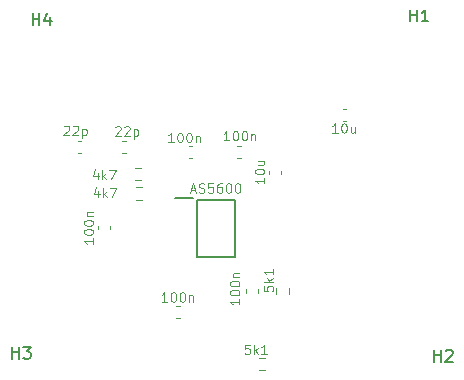
<source format=gbr>
%TF.GenerationSoftware,KiCad,Pcbnew,9.0.7*%
%TF.CreationDate,2026-02-20T19:59:31+05:30*%
%TF.ProjectId,breakout_board,62726561-6b6f-4757-945f-626f6172642e,rev?*%
%TF.SameCoordinates,Original*%
%TF.FileFunction,Legend,Top*%
%TF.FilePolarity,Positive*%
%FSLAX46Y46*%
G04 Gerber Fmt 4.6, Leading zero omitted, Abs format (unit mm)*
G04 Created by KiCad (PCBNEW 9.0.7) date 2026-02-20 19:59:31*
%MOMM*%
%LPD*%
G01*
G04 APERTURE LIST*
%ADD10C,0.125000*%
%ADD11C,0.150000*%
%ADD12C,0.120000*%
%ADD13C,0.200000*%
G04 APERTURE END LIST*
D10*
X123247219Y-76004861D02*
X123247219Y-76538195D01*
X123056743Y-75700100D02*
X122866266Y-76271528D01*
X122866266Y-76271528D02*
X123361505Y-76271528D01*
X123666267Y-76538195D02*
X123666267Y-75738195D01*
X123742457Y-76233433D02*
X123971029Y-76538195D01*
X123971029Y-76004861D02*
X123666267Y-76309623D01*
X124237695Y-75738195D02*
X124771029Y-75738195D01*
X124771029Y-75738195D02*
X124428171Y-76538195D01*
X120313570Y-70531185D02*
X120351666Y-70493090D01*
X120351666Y-70493090D02*
X120427856Y-70454995D01*
X120427856Y-70454995D02*
X120618332Y-70454995D01*
X120618332Y-70454995D02*
X120694523Y-70493090D01*
X120694523Y-70493090D02*
X120732618Y-70531185D01*
X120732618Y-70531185D02*
X120770713Y-70607376D01*
X120770713Y-70607376D02*
X120770713Y-70683566D01*
X120770713Y-70683566D02*
X120732618Y-70797852D01*
X120732618Y-70797852D02*
X120275475Y-71254995D01*
X120275475Y-71254995D02*
X120770713Y-71254995D01*
X121075475Y-70531185D02*
X121113571Y-70493090D01*
X121113571Y-70493090D02*
X121189761Y-70454995D01*
X121189761Y-70454995D02*
X121380237Y-70454995D01*
X121380237Y-70454995D02*
X121456428Y-70493090D01*
X121456428Y-70493090D02*
X121494523Y-70531185D01*
X121494523Y-70531185D02*
X121532618Y-70607376D01*
X121532618Y-70607376D02*
X121532618Y-70683566D01*
X121532618Y-70683566D02*
X121494523Y-70797852D01*
X121494523Y-70797852D02*
X121037380Y-71254995D01*
X121037380Y-71254995D02*
X121532618Y-71254995D01*
X121875476Y-70721661D02*
X121875476Y-71521661D01*
X121875476Y-70759757D02*
X121951666Y-70721661D01*
X121951666Y-70721661D02*
X122104047Y-70721661D01*
X122104047Y-70721661D02*
X122180238Y-70759757D01*
X122180238Y-70759757D02*
X122218333Y-70797852D01*
X122218333Y-70797852D02*
X122256428Y-70874042D01*
X122256428Y-70874042D02*
X122256428Y-71102614D01*
X122256428Y-71102614D02*
X122218333Y-71178804D01*
X122218333Y-71178804D02*
X122180238Y-71216900D01*
X122180238Y-71216900D02*
X122104047Y-71254995D01*
X122104047Y-71254995D02*
X121951666Y-71254995D01*
X121951666Y-71254995D02*
X121875476Y-71216900D01*
X136061514Y-88996995D02*
X135680562Y-88996995D01*
X135680562Y-88996995D02*
X135642466Y-89377947D01*
X135642466Y-89377947D02*
X135680562Y-89339852D01*
X135680562Y-89339852D02*
X135756752Y-89301757D01*
X135756752Y-89301757D02*
X135947228Y-89301757D01*
X135947228Y-89301757D02*
X136023419Y-89339852D01*
X136023419Y-89339852D02*
X136061514Y-89377947D01*
X136061514Y-89377947D02*
X136099609Y-89454138D01*
X136099609Y-89454138D02*
X136099609Y-89644614D01*
X136099609Y-89644614D02*
X136061514Y-89720804D01*
X136061514Y-89720804D02*
X136023419Y-89758900D01*
X136023419Y-89758900D02*
X135947228Y-89796995D01*
X135947228Y-89796995D02*
X135756752Y-89796995D01*
X135756752Y-89796995D02*
X135680562Y-89758900D01*
X135680562Y-89758900D02*
X135642466Y-89720804D01*
X136442467Y-89796995D02*
X136442467Y-88996995D01*
X136518657Y-89492233D02*
X136747229Y-89796995D01*
X136747229Y-89263661D02*
X136442467Y-89568423D01*
X137509133Y-89796995D02*
X137051990Y-89796995D01*
X137280562Y-89796995D02*
X137280562Y-88996995D01*
X137280562Y-88996995D02*
X137204371Y-89111280D01*
X137204371Y-89111280D02*
X137128181Y-89187471D01*
X137128181Y-89187471D02*
X137051990Y-89225566D01*
X129609961Y-71864595D02*
X129152818Y-71864595D01*
X129381390Y-71864595D02*
X129381390Y-71064595D01*
X129381390Y-71064595D02*
X129305199Y-71178880D01*
X129305199Y-71178880D02*
X129229009Y-71255071D01*
X129229009Y-71255071D02*
X129152818Y-71293166D01*
X130105200Y-71064595D02*
X130181390Y-71064595D01*
X130181390Y-71064595D02*
X130257581Y-71102690D01*
X130257581Y-71102690D02*
X130295676Y-71140785D01*
X130295676Y-71140785D02*
X130333771Y-71216976D01*
X130333771Y-71216976D02*
X130371866Y-71369357D01*
X130371866Y-71369357D02*
X130371866Y-71559833D01*
X130371866Y-71559833D02*
X130333771Y-71712214D01*
X130333771Y-71712214D02*
X130295676Y-71788404D01*
X130295676Y-71788404D02*
X130257581Y-71826500D01*
X130257581Y-71826500D02*
X130181390Y-71864595D01*
X130181390Y-71864595D02*
X130105200Y-71864595D01*
X130105200Y-71864595D02*
X130029009Y-71826500D01*
X130029009Y-71826500D02*
X129990914Y-71788404D01*
X129990914Y-71788404D02*
X129952819Y-71712214D01*
X129952819Y-71712214D02*
X129914723Y-71559833D01*
X129914723Y-71559833D02*
X129914723Y-71369357D01*
X129914723Y-71369357D02*
X129952819Y-71216976D01*
X129952819Y-71216976D02*
X129990914Y-71140785D01*
X129990914Y-71140785D02*
X130029009Y-71102690D01*
X130029009Y-71102690D02*
X130105200Y-71064595D01*
X130867105Y-71064595D02*
X130943295Y-71064595D01*
X130943295Y-71064595D02*
X131019486Y-71102690D01*
X131019486Y-71102690D02*
X131057581Y-71140785D01*
X131057581Y-71140785D02*
X131095676Y-71216976D01*
X131095676Y-71216976D02*
X131133771Y-71369357D01*
X131133771Y-71369357D02*
X131133771Y-71559833D01*
X131133771Y-71559833D02*
X131095676Y-71712214D01*
X131095676Y-71712214D02*
X131057581Y-71788404D01*
X131057581Y-71788404D02*
X131019486Y-71826500D01*
X131019486Y-71826500D02*
X130943295Y-71864595D01*
X130943295Y-71864595D02*
X130867105Y-71864595D01*
X130867105Y-71864595D02*
X130790914Y-71826500D01*
X130790914Y-71826500D02*
X130752819Y-71788404D01*
X130752819Y-71788404D02*
X130714724Y-71712214D01*
X130714724Y-71712214D02*
X130676628Y-71559833D01*
X130676628Y-71559833D02*
X130676628Y-71369357D01*
X130676628Y-71369357D02*
X130714724Y-71216976D01*
X130714724Y-71216976D02*
X130752819Y-71140785D01*
X130752819Y-71140785D02*
X130790914Y-71102690D01*
X130790914Y-71102690D02*
X130867105Y-71064595D01*
X131476629Y-71331261D02*
X131476629Y-71864595D01*
X131476629Y-71407452D02*
X131514724Y-71369357D01*
X131514724Y-71369357D02*
X131590914Y-71331261D01*
X131590914Y-71331261D02*
X131705200Y-71331261D01*
X131705200Y-71331261D02*
X131781391Y-71369357D01*
X131781391Y-71369357D02*
X131819486Y-71445547D01*
X131819486Y-71445547D02*
X131819486Y-71864595D01*
X134308961Y-71712195D02*
X133851818Y-71712195D01*
X134080390Y-71712195D02*
X134080390Y-70912195D01*
X134080390Y-70912195D02*
X134004199Y-71026480D01*
X134004199Y-71026480D02*
X133928009Y-71102671D01*
X133928009Y-71102671D02*
X133851818Y-71140766D01*
X134804200Y-70912195D02*
X134880390Y-70912195D01*
X134880390Y-70912195D02*
X134956581Y-70950290D01*
X134956581Y-70950290D02*
X134994676Y-70988385D01*
X134994676Y-70988385D02*
X135032771Y-71064576D01*
X135032771Y-71064576D02*
X135070866Y-71216957D01*
X135070866Y-71216957D02*
X135070866Y-71407433D01*
X135070866Y-71407433D02*
X135032771Y-71559814D01*
X135032771Y-71559814D02*
X134994676Y-71636004D01*
X134994676Y-71636004D02*
X134956581Y-71674100D01*
X134956581Y-71674100D02*
X134880390Y-71712195D01*
X134880390Y-71712195D02*
X134804200Y-71712195D01*
X134804200Y-71712195D02*
X134728009Y-71674100D01*
X134728009Y-71674100D02*
X134689914Y-71636004D01*
X134689914Y-71636004D02*
X134651819Y-71559814D01*
X134651819Y-71559814D02*
X134613723Y-71407433D01*
X134613723Y-71407433D02*
X134613723Y-71216957D01*
X134613723Y-71216957D02*
X134651819Y-71064576D01*
X134651819Y-71064576D02*
X134689914Y-70988385D01*
X134689914Y-70988385D02*
X134728009Y-70950290D01*
X134728009Y-70950290D02*
X134804200Y-70912195D01*
X135566105Y-70912195D02*
X135642295Y-70912195D01*
X135642295Y-70912195D02*
X135718486Y-70950290D01*
X135718486Y-70950290D02*
X135756581Y-70988385D01*
X135756581Y-70988385D02*
X135794676Y-71064576D01*
X135794676Y-71064576D02*
X135832771Y-71216957D01*
X135832771Y-71216957D02*
X135832771Y-71407433D01*
X135832771Y-71407433D02*
X135794676Y-71559814D01*
X135794676Y-71559814D02*
X135756581Y-71636004D01*
X135756581Y-71636004D02*
X135718486Y-71674100D01*
X135718486Y-71674100D02*
X135642295Y-71712195D01*
X135642295Y-71712195D02*
X135566105Y-71712195D01*
X135566105Y-71712195D02*
X135489914Y-71674100D01*
X135489914Y-71674100D02*
X135451819Y-71636004D01*
X135451819Y-71636004D02*
X135413724Y-71559814D01*
X135413724Y-71559814D02*
X135375628Y-71407433D01*
X135375628Y-71407433D02*
X135375628Y-71216957D01*
X135375628Y-71216957D02*
X135413724Y-71064576D01*
X135413724Y-71064576D02*
X135451819Y-70988385D01*
X135451819Y-70988385D02*
X135489914Y-70950290D01*
X135489914Y-70950290D02*
X135566105Y-70912195D01*
X136175629Y-71178861D02*
X136175629Y-71712195D01*
X136175629Y-71255052D02*
X136213724Y-71216957D01*
X136213724Y-71216957D02*
X136289914Y-71178861D01*
X136289914Y-71178861D02*
X136404200Y-71178861D01*
X136404200Y-71178861D02*
X136480391Y-71216957D01*
X136480391Y-71216957D02*
X136518486Y-71293147D01*
X136518486Y-71293147D02*
X136518486Y-71712195D01*
X137294995Y-74885486D02*
X137294995Y-75342629D01*
X137294995Y-75114057D02*
X136494995Y-75114057D01*
X136494995Y-75114057D02*
X136609280Y-75190248D01*
X136609280Y-75190248D02*
X136685471Y-75266438D01*
X136685471Y-75266438D02*
X136723566Y-75342629D01*
X136494995Y-74390247D02*
X136494995Y-74314057D01*
X136494995Y-74314057D02*
X136533090Y-74237866D01*
X136533090Y-74237866D02*
X136571185Y-74199771D01*
X136571185Y-74199771D02*
X136647376Y-74161676D01*
X136647376Y-74161676D02*
X136799757Y-74123581D01*
X136799757Y-74123581D02*
X136990233Y-74123581D01*
X136990233Y-74123581D02*
X137142614Y-74161676D01*
X137142614Y-74161676D02*
X137218804Y-74199771D01*
X137218804Y-74199771D02*
X137256900Y-74237866D01*
X137256900Y-74237866D02*
X137294995Y-74314057D01*
X137294995Y-74314057D02*
X137294995Y-74390247D01*
X137294995Y-74390247D02*
X137256900Y-74466438D01*
X137256900Y-74466438D02*
X137218804Y-74504533D01*
X137218804Y-74504533D02*
X137142614Y-74542628D01*
X137142614Y-74542628D02*
X136990233Y-74580724D01*
X136990233Y-74580724D02*
X136799757Y-74580724D01*
X136799757Y-74580724D02*
X136647376Y-74542628D01*
X136647376Y-74542628D02*
X136571185Y-74504533D01*
X136571185Y-74504533D02*
X136533090Y-74466438D01*
X136533090Y-74466438D02*
X136494995Y-74390247D01*
X136761661Y-73437866D02*
X137294995Y-73437866D01*
X136761661Y-73780723D02*
X137180709Y-73780723D01*
X137180709Y-73780723D02*
X137256900Y-73742628D01*
X137256900Y-73742628D02*
X137294995Y-73666438D01*
X137294995Y-73666438D02*
X137294995Y-73552152D01*
X137294995Y-73552152D02*
X137256900Y-73475961D01*
X137256900Y-73475961D02*
X137218804Y-73437866D01*
X135186795Y-85147038D02*
X135186795Y-85604181D01*
X135186795Y-85375609D02*
X134386795Y-85375609D01*
X134386795Y-85375609D02*
X134501080Y-85451800D01*
X134501080Y-85451800D02*
X134577271Y-85527990D01*
X134577271Y-85527990D02*
X134615366Y-85604181D01*
X134386795Y-84651799D02*
X134386795Y-84575609D01*
X134386795Y-84575609D02*
X134424890Y-84499418D01*
X134424890Y-84499418D02*
X134462985Y-84461323D01*
X134462985Y-84461323D02*
X134539176Y-84423228D01*
X134539176Y-84423228D02*
X134691557Y-84385133D01*
X134691557Y-84385133D02*
X134882033Y-84385133D01*
X134882033Y-84385133D02*
X135034414Y-84423228D01*
X135034414Y-84423228D02*
X135110604Y-84461323D01*
X135110604Y-84461323D02*
X135148700Y-84499418D01*
X135148700Y-84499418D02*
X135186795Y-84575609D01*
X135186795Y-84575609D02*
X135186795Y-84651799D01*
X135186795Y-84651799D02*
X135148700Y-84727990D01*
X135148700Y-84727990D02*
X135110604Y-84766085D01*
X135110604Y-84766085D02*
X135034414Y-84804180D01*
X135034414Y-84804180D02*
X134882033Y-84842276D01*
X134882033Y-84842276D02*
X134691557Y-84842276D01*
X134691557Y-84842276D02*
X134539176Y-84804180D01*
X134539176Y-84804180D02*
X134462985Y-84766085D01*
X134462985Y-84766085D02*
X134424890Y-84727990D01*
X134424890Y-84727990D02*
X134386795Y-84651799D01*
X134386795Y-83889894D02*
X134386795Y-83813704D01*
X134386795Y-83813704D02*
X134424890Y-83737513D01*
X134424890Y-83737513D02*
X134462985Y-83699418D01*
X134462985Y-83699418D02*
X134539176Y-83661323D01*
X134539176Y-83661323D02*
X134691557Y-83623228D01*
X134691557Y-83623228D02*
X134882033Y-83623228D01*
X134882033Y-83623228D02*
X135034414Y-83661323D01*
X135034414Y-83661323D02*
X135110604Y-83699418D01*
X135110604Y-83699418D02*
X135148700Y-83737513D01*
X135148700Y-83737513D02*
X135186795Y-83813704D01*
X135186795Y-83813704D02*
X135186795Y-83889894D01*
X135186795Y-83889894D02*
X135148700Y-83966085D01*
X135148700Y-83966085D02*
X135110604Y-84004180D01*
X135110604Y-84004180D02*
X135034414Y-84042275D01*
X135034414Y-84042275D02*
X134882033Y-84080371D01*
X134882033Y-84080371D02*
X134691557Y-84080371D01*
X134691557Y-84080371D02*
X134539176Y-84042275D01*
X134539176Y-84042275D02*
X134462985Y-84004180D01*
X134462985Y-84004180D02*
X134424890Y-83966085D01*
X134424890Y-83966085D02*
X134386795Y-83889894D01*
X134653461Y-83280370D02*
X135186795Y-83280370D01*
X134729652Y-83280370D02*
X134691557Y-83242275D01*
X134691557Y-83242275D02*
X134653461Y-83166085D01*
X134653461Y-83166085D02*
X134653461Y-83051799D01*
X134653461Y-83051799D02*
X134691557Y-82975608D01*
X134691557Y-82975608D02*
X134767747Y-82937513D01*
X134767747Y-82937513D02*
X135186795Y-82937513D01*
X122816995Y-79990838D02*
X122816995Y-80447981D01*
X122816995Y-80219409D02*
X122016995Y-80219409D01*
X122016995Y-80219409D02*
X122131280Y-80295600D01*
X122131280Y-80295600D02*
X122207471Y-80371790D01*
X122207471Y-80371790D02*
X122245566Y-80447981D01*
X122016995Y-79495599D02*
X122016995Y-79419409D01*
X122016995Y-79419409D02*
X122055090Y-79343218D01*
X122055090Y-79343218D02*
X122093185Y-79305123D01*
X122093185Y-79305123D02*
X122169376Y-79267028D01*
X122169376Y-79267028D02*
X122321757Y-79228933D01*
X122321757Y-79228933D02*
X122512233Y-79228933D01*
X122512233Y-79228933D02*
X122664614Y-79267028D01*
X122664614Y-79267028D02*
X122740804Y-79305123D01*
X122740804Y-79305123D02*
X122778900Y-79343218D01*
X122778900Y-79343218D02*
X122816995Y-79419409D01*
X122816995Y-79419409D02*
X122816995Y-79495599D01*
X122816995Y-79495599D02*
X122778900Y-79571790D01*
X122778900Y-79571790D02*
X122740804Y-79609885D01*
X122740804Y-79609885D02*
X122664614Y-79647980D01*
X122664614Y-79647980D02*
X122512233Y-79686076D01*
X122512233Y-79686076D02*
X122321757Y-79686076D01*
X122321757Y-79686076D02*
X122169376Y-79647980D01*
X122169376Y-79647980D02*
X122093185Y-79609885D01*
X122093185Y-79609885D02*
X122055090Y-79571790D01*
X122055090Y-79571790D02*
X122016995Y-79495599D01*
X122016995Y-78733694D02*
X122016995Y-78657504D01*
X122016995Y-78657504D02*
X122055090Y-78581313D01*
X122055090Y-78581313D02*
X122093185Y-78543218D01*
X122093185Y-78543218D02*
X122169376Y-78505123D01*
X122169376Y-78505123D02*
X122321757Y-78467028D01*
X122321757Y-78467028D02*
X122512233Y-78467028D01*
X122512233Y-78467028D02*
X122664614Y-78505123D01*
X122664614Y-78505123D02*
X122740804Y-78543218D01*
X122740804Y-78543218D02*
X122778900Y-78581313D01*
X122778900Y-78581313D02*
X122816995Y-78657504D01*
X122816995Y-78657504D02*
X122816995Y-78733694D01*
X122816995Y-78733694D02*
X122778900Y-78809885D01*
X122778900Y-78809885D02*
X122740804Y-78847980D01*
X122740804Y-78847980D02*
X122664614Y-78886075D01*
X122664614Y-78886075D02*
X122512233Y-78924171D01*
X122512233Y-78924171D02*
X122321757Y-78924171D01*
X122321757Y-78924171D02*
X122169376Y-78886075D01*
X122169376Y-78886075D02*
X122093185Y-78847980D01*
X122093185Y-78847980D02*
X122055090Y-78809885D01*
X122055090Y-78809885D02*
X122016995Y-78733694D01*
X122283661Y-78124170D02*
X122816995Y-78124170D01*
X122359852Y-78124170D02*
X122321757Y-78086075D01*
X122321757Y-78086075D02*
X122283661Y-78009885D01*
X122283661Y-78009885D02*
X122283661Y-77895599D01*
X122283661Y-77895599D02*
X122321757Y-77819408D01*
X122321757Y-77819408D02*
X122397947Y-77781313D01*
X122397947Y-77781313D02*
X122816995Y-77781313D01*
X143503713Y-71077195D02*
X143046570Y-71077195D01*
X143275142Y-71077195D02*
X143275142Y-70277195D01*
X143275142Y-70277195D02*
X143198951Y-70391480D01*
X143198951Y-70391480D02*
X143122761Y-70467671D01*
X143122761Y-70467671D02*
X143046570Y-70505766D01*
X143998952Y-70277195D02*
X144075142Y-70277195D01*
X144075142Y-70277195D02*
X144151333Y-70315290D01*
X144151333Y-70315290D02*
X144189428Y-70353385D01*
X144189428Y-70353385D02*
X144227523Y-70429576D01*
X144227523Y-70429576D02*
X144265618Y-70581957D01*
X144265618Y-70581957D02*
X144265618Y-70772433D01*
X144265618Y-70772433D02*
X144227523Y-70924814D01*
X144227523Y-70924814D02*
X144189428Y-71001004D01*
X144189428Y-71001004D02*
X144151333Y-71039100D01*
X144151333Y-71039100D02*
X144075142Y-71077195D01*
X144075142Y-71077195D02*
X143998952Y-71077195D01*
X143998952Y-71077195D02*
X143922761Y-71039100D01*
X143922761Y-71039100D02*
X143884666Y-71001004D01*
X143884666Y-71001004D02*
X143846571Y-70924814D01*
X143846571Y-70924814D02*
X143808475Y-70772433D01*
X143808475Y-70772433D02*
X143808475Y-70581957D01*
X143808475Y-70581957D02*
X143846571Y-70429576D01*
X143846571Y-70429576D02*
X143884666Y-70353385D01*
X143884666Y-70353385D02*
X143922761Y-70315290D01*
X143922761Y-70315290D02*
X143998952Y-70277195D01*
X144951333Y-70543861D02*
X144951333Y-71077195D01*
X144608476Y-70543861D02*
X144608476Y-70962909D01*
X144608476Y-70962909D02*
X144646571Y-71039100D01*
X144646571Y-71039100D02*
X144722761Y-71077195D01*
X144722761Y-71077195D02*
X144837047Y-71077195D01*
X144837047Y-71077195D02*
X144913238Y-71039100D01*
X144913238Y-71039100D02*
X144951333Y-71001004D01*
D11*
X115925695Y-90193019D02*
X115925695Y-89193019D01*
X115925695Y-89669209D02*
X116497123Y-89669209D01*
X116497123Y-90193019D02*
X116497123Y-89193019D01*
X116878076Y-89193019D02*
X117497123Y-89193019D01*
X117497123Y-89193019D02*
X117163790Y-89573971D01*
X117163790Y-89573971D02*
X117306647Y-89573971D01*
X117306647Y-89573971D02*
X117401885Y-89621590D01*
X117401885Y-89621590D02*
X117449504Y-89669209D01*
X117449504Y-89669209D02*
X117497123Y-89764447D01*
X117497123Y-89764447D02*
X117497123Y-90002542D01*
X117497123Y-90002542D02*
X117449504Y-90097780D01*
X117449504Y-90097780D02*
X117401885Y-90145400D01*
X117401885Y-90145400D02*
X117306647Y-90193019D01*
X117306647Y-90193019D02*
X117020933Y-90193019D01*
X117020933Y-90193019D02*
X116925695Y-90145400D01*
X116925695Y-90145400D02*
X116878076Y-90097780D01*
D10*
X131076961Y-75928623D02*
X131457914Y-75928623D01*
X131000771Y-76157195D02*
X131267438Y-75357195D01*
X131267438Y-75357195D02*
X131534104Y-76157195D01*
X131762675Y-76119100D02*
X131876961Y-76157195D01*
X131876961Y-76157195D02*
X132067437Y-76157195D01*
X132067437Y-76157195D02*
X132143628Y-76119100D01*
X132143628Y-76119100D02*
X132181723Y-76081004D01*
X132181723Y-76081004D02*
X132219818Y-76004814D01*
X132219818Y-76004814D02*
X132219818Y-75928623D01*
X132219818Y-75928623D02*
X132181723Y-75852433D01*
X132181723Y-75852433D02*
X132143628Y-75814338D01*
X132143628Y-75814338D02*
X132067437Y-75776242D01*
X132067437Y-75776242D02*
X131915056Y-75738147D01*
X131915056Y-75738147D02*
X131838866Y-75700052D01*
X131838866Y-75700052D02*
X131800771Y-75661957D01*
X131800771Y-75661957D02*
X131762675Y-75585766D01*
X131762675Y-75585766D02*
X131762675Y-75509576D01*
X131762675Y-75509576D02*
X131800771Y-75433385D01*
X131800771Y-75433385D02*
X131838866Y-75395290D01*
X131838866Y-75395290D02*
X131915056Y-75357195D01*
X131915056Y-75357195D02*
X132105533Y-75357195D01*
X132105533Y-75357195D02*
X132219818Y-75395290D01*
X132943628Y-75357195D02*
X132562676Y-75357195D01*
X132562676Y-75357195D02*
X132524580Y-75738147D01*
X132524580Y-75738147D02*
X132562676Y-75700052D01*
X132562676Y-75700052D02*
X132638866Y-75661957D01*
X132638866Y-75661957D02*
X132829342Y-75661957D01*
X132829342Y-75661957D02*
X132905533Y-75700052D01*
X132905533Y-75700052D02*
X132943628Y-75738147D01*
X132943628Y-75738147D02*
X132981723Y-75814338D01*
X132981723Y-75814338D02*
X132981723Y-76004814D01*
X132981723Y-76004814D02*
X132943628Y-76081004D01*
X132943628Y-76081004D02*
X132905533Y-76119100D01*
X132905533Y-76119100D02*
X132829342Y-76157195D01*
X132829342Y-76157195D02*
X132638866Y-76157195D01*
X132638866Y-76157195D02*
X132562676Y-76119100D01*
X132562676Y-76119100D02*
X132524580Y-76081004D01*
X133667438Y-75357195D02*
X133515057Y-75357195D01*
X133515057Y-75357195D02*
X133438866Y-75395290D01*
X133438866Y-75395290D02*
X133400771Y-75433385D01*
X133400771Y-75433385D02*
X133324581Y-75547671D01*
X133324581Y-75547671D02*
X133286485Y-75700052D01*
X133286485Y-75700052D02*
X133286485Y-76004814D01*
X133286485Y-76004814D02*
X133324581Y-76081004D01*
X133324581Y-76081004D02*
X133362676Y-76119100D01*
X133362676Y-76119100D02*
X133438866Y-76157195D01*
X133438866Y-76157195D02*
X133591247Y-76157195D01*
X133591247Y-76157195D02*
X133667438Y-76119100D01*
X133667438Y-76119100D02*
X133705533Y-76081004D01*
X133705533Y-76081004D02*
X133743628Y-76004814D01*
X133743628Y-76004814D02*
X133743628Y-75814338D01*
X133743628Y-75814338D02*
X133705533Y-75738147D01*
X133705533Y-75738147D02*
X133667438Y-75700052D01*
X133667438Y-75700052D02*
X133591247Y-75661957D01*
X133591247Y-75661957D02*
X133438866Y-75661957D01*
X133438866Y-75661957D02*
X133362676Y-75700052D01*
X133362676Y-75700052D02*
X133324581Y-75738147D01*
X133324581Y-75738147D02*
X133286485Y-75814338D01*
X134238867Y-75357195D02*
X134315057Y-75357195D01*
X134315057Y-75357195D02*
X134391248Y-75395290D01*
X134391248Y-75395290D02*
X134429343Y-75433385D01*
X134429343Y-75433385D02*
X134467438Y-75509576D01*
X134467438Y-75509576D02*
X134505533Y-75661957D01*
X134505533Y-75661957D02*
X134505533Y-75852433D01*
X134505533Y-75852433D02*
X134467438Y-76004814D01*
X134467438Y-76004814D02*
X134429343Y-76081004D01*
X134429343Y-76081004D02*
X134391248Y-76119100D01*
X134391248Y-76119100D02*
X134315057Y-76157195D01*
X134315057Y-76157195D02*
X134238867Y-76157195D01*
X134238867Y-76157195D02*
X134162676Y-76119100D01*
X134162676Y-76119100D02*
X134124581Y-76081004D01*
X134124581Y-76081004D02*
X134086486Y-76004814D01*
X134086486Y-76004814D02*
X134048390Y-75852433D01*
X134048390Y-75852433D02*
X134048390Y-75661957D01*
X134048390Y-75661957D02*
X134086486Y-75509576D01*
X134086486Y-75509576D02*
X134124581Y-75433385D01*
X134124581Y-75433385D02*
X134162676Y-75395290D01*
X134162676Y-75395290D02*
X134238867Y-75357195D01*
X135000772Y-75357195D02*
X135076962Y-75357195D01*
X135076962Y-75357195D02*
X135153153Y-75395290D01*
X135153153Y-75395290D02*
X135191248Y-75433385D01*
X135191248Y-75433385D02*
X135229343Y-75509576D01*
X135229343Y-75509576D02*
X135267438Y-75661957D01*
X135267438Y-75661957D02*
X135267438Y-75852433D01*
X135267438Y-75852433D02*
X135229343Y-76004814D01*
X135229343Y-76004814D02*
X135191248Y-76081004D01*
X135191248Y-76081004D02*
X135153153Y-76119100D01*
X135153153Y-76119100D02*
X135076962Y-76157195D01*
X135076962Y-76157195D02*
X135000772Y-76157195D01*
X135000772Y-76157195D02*
X134924581Y-76119100D01*
X134924581Y-76119100D02*
X134886486Y-76081004D01*
X134886486Y-76081004D02*
X134848391Y-76004814D01*
X134848391Y-76004814D02*
X134810295Y-75852433D01*
X134810295Y-75852433D02*
X134810295Y-75661957D01*
X134810295Y-75661957D02*
X134848391Y-75509576D01*
X134848391Y-75509576D02*
X134886486Y-75433385D01*
X134886486Y-75433385D02*
X134924581Y-75395290D01*
X134924581Y-75395290D02*
X135000772Y-75357195D01*
D11*
X117678295Y-61971619D02*
X117678295Y-60971619D01*
X117678295Y-61447809D02*
X118249723Y-61447809D01*
X118249723Y-61971619D02*
X118249723Y-60971619D01*
X119154485Y-61304952D02*
X119154485Y-61971619D01*
X118916390Y-60924000D02*
X118678295Y-61638285D01*
X118678295Y-61638285D02*
X119297342Y-61638285D01*
D10*
X124682370Y-70581985D02*
X124720466Y-70543890D01*
X124720466Y-70543890D02*
X124796656Y-70505795D01*
X124796656Y-70505795D02*
X124987132Y-70505795D01*
X124987132Y-70505795D02*
X125063323Y-70543890D01*
X125063323Y-70543890D02*
X125101418Y-70581985D01*
X125101418Y-70581985D02*
X125139513Y-70658176D01*
X125139513Y-70658176D02*
X125139513Y-70734366D01*
X125139513Y-70734366D02*
X125101418Y-70848652D01*
X125101418Y-70848652D02*
X124644275Y-71305795D01*
X124644275Y-71305795D02*
X125139513Y-71305795D01*
X125444275Y-70581985D02*
X125482371Y-70543890D01*
X125482371Y-70543890D02*
X125558561Y-70505795D01*
X125558561Y-70505795D02*
X125749037Y-70505795D01*
X125749037Y-70505795D02*
X125825228Y-70543890D01*
X125825228Y-70543890D02*
X125863323Y-70581985D01*
X125863323Y-70581985D02*
X125901418Y-70658176D01*
X125901418Y-70658176D02*
X125901418Y-70734366D01*
X125901418Y-70734366D02*
X125863323Y-70848652D01*
X125863323Y-70848652D02*
X125406180Y-71305795D01*
X125406180Y-71305795D02*
X125901418Y-71305795D01*
X126244276Y-70772461D02*
X126244276Y-71572461D01*
X126244276Y-70810557D02*
X126320466Y-70772461D01*
X126320466Y-70772461D02*
X126472847Y-70772461D01*
X126472847Y-70772461D02*
X126549038Y-70810557D01*
X126549038Y-70810557D02*
X126587133Y-70848652D01*
X126587133Y-70848652D02*
X126625228Y-70924842D01*
X126625228Y-70924842D02*
X126625228Y-71153414D01*
X126625228Y-71153414D02*
X126587133Y-71229604D01*
X126587133Y-71229604D02*
X126549038Y-71267700D01*
X126549038Y-71267700D02*
X126472847Y-71305795D01*
X126472847Y-71305795D02*
X126320466Y-71305795D01*
X126320466Y-71305795D02*
X126244276Y-71267700D01*
X137231595Y-84054885D02*
X137231595Y-84435837D01*
X137231595Y-84435837D02*
X137612547Y-84473933D01*
X137612547Y-84473933D02*
X137574452Y-84435837D01*
X137574452Y-84435837D02*
X137536357Y-84359647D01*
X137536357Y-84359647D02*
X137536357Y-84169171D01*
X137536357Y-84169171D02*
X137574452Y-84092980D01*
X137574452Y-84092980D02*
X137612547Y-84054885D01*
X137612547Y-84054885D02*
X137688738Y-84016790D01*
X137688738Y-84016790D02*
X137879214Y-84016790D01*
X137879214Y-84016790D02*
X137955404Y-84054885D01*
X137955404Y-84054885D02*
X137993500Y-84092980D01*
X137993500Y-84092980D02*
X138031595Y-84169171D01*
X138031595Y-84169171D02*
X138031595Y-84359647D01*
X138031595Y-84359647D02*
X137993500Y-84435837D01*
X137993500Y-84435837D02*
X137955404Y-84473933D01*
X138031595Y-83673932D02*
X137231595Y-83673932D01*
X137726833Y-83597742D02*
X138031595Y-83369170D01*
X137498261Y-83369170D02*
X137803023Y-83673932D01*
X138031595Y-82607266D02*
X138031595Y-83064409D01*
X138031595Y-82835837D02*
X137231595Y-82835837D01*
X137231595Y-82835837D02*
X137345880Y-82912028D01*
X137345880Y-82912028D02*
X137422071Y-82988218D01*
X137422071Y-82988218D02*
X137460166Y-83064409D01*
D11*
X151663495Y-90447019D02*
X151663495Y-89447019D01*
X151663495Y-89923209D02*
X152234923Y-89923209D01*
X152234923Y-90447019D02*
X152234923Y-89447019D01*
X152663495Y-89542257D02*
X152711114Y-89494638D01*
X152711114Y-89494638D02*
X152806352Y-89447019D01*
X152806352Y-89447019D02*
X153044447Y-89447019D01*
X153044447Y-89447019D02*
X153139685Y-89494638D01*
X153139685Y-89494638D02*
X153187304Y-89542257D01*
X153187304Y-89542257D02*
X153234923Y-89637495D01*
X153234923Y-89637495D02*
X153234923Y-89732733D01*
X153234923Y-89732733D02*
X153187304Y-89875590D01*
X153187304Y-89875590D02*
X152615876Y-90447019D01*
X152615876Y-90447019D02*
X153234923Y-90447019D01*
X149606095Y-61641419D02*
X149606095Y-60641419D01*
X149606095Y-61117609D02*
X150177523Y-61117609D01*
X150177523Y-61641419D02*
X150177523Y-60641419D01*
X151177523Y-61641419D02*
X150606095Y-61641419D01*
X150891809Y-61641419D02*
X150891809Y-60641419D01*
X150891809Y-60641419D02*
X150796571Y-60784276D01*
X150796571Y-60784276D02*
X150701333Y-60879514D01*
X150701333Y-60879514D02*
X150606095Y-60927133D01*
D10*
X129051161Y-85377395D02*
X128594018Y-85377395D01*
X128822590Y-85377395D02*
X128822590Y-84577395D01*
X128822590Y-84577395D02*
X128746399Y-84691680D01*
X128746399Y-84691680D02*
X128670209Y-84767871D01*
X128670209Y-84767871D02*
X128594018Y-84805966D01*
X129546400Y-84577395D02*
X129622590Y-84577395D01*
X129622590Y-84577395D02*
X129698781Y-84615490D01*
X129698781Y-84615490D02*
X129736876Y-84653585D01*
X129736876Y-84653585D02*
X129774971Y-84729776D01*
X129774971Y-84729776D02*
X129813066Y-84882157D01*
X129813066Y-84882157D02*
X129813066Y-85072633D01*
X129813066Y-85072633D02*
X129774971Y-85225014D01*
X129774971Y-85225014D02*
X129736876Y-85301204D01*
X129736876Y-85301204D02*
X129698781Y-85339300D01*
X129698781Y-85339300D02*
X129622590Y-85377395D01*
X129622590Y-85377395D02*
X129546400Y-85377395D01*
X129546400Y-85377395D02*
X129470209Y-85339300D01*
X129470209Y-85339300D02*
X129432114Y-85301204D01*
X129432114Y-85301204D02*
X129394019Y-85225014D01*
X129394019Y-85225014D02*
X129355923Y-85072633D01*
X129355923Y-85072633D02*
X129355923Y-84882157D01*
X129355923Y-84882157D02*
X129394019Y-84729776D01*
X129394019Y-84729776D02*
X129432114Y-84653585D01*
X129432114Y-84653585D02*
X129470209Y-84615490D01*
X129470209Y-84615490D02*
X129546400Y-84577395D01*
X130308305Y-84577395D02*
X130384495Y-84577395D01*
X130384495Y-84577395D02*
X130460686Y-84615490D01*
X130460686Y-84615490D02*
X130498781Y-84653585D01*
X130498781Y-84653585D02*
X130536876Y-84729776D01*
X130536876Y-84729776D02*
X130574971Y-84882157D01*
X130574971Y-84882157D02*
X130574971Y-85072633D01*
X130574971Y-85072633D02*
X130536876Y-85225014D01*
X130536876Y-85225014D02*
X130498781Y-85301204D01*
X130498781Y-85301204D02*
X130460686Y-85339300D01*
X130460686Y-85339300D02*
X130384495Y-85377395D01*
X130384495Y-85377395D02*
X130308305Y-85377395D01*
X130308305Y-85377395D02*
X130232114Y-85339300D01*
X130232114Y-85339300D02*
X130194019Y-85301204D01*
X130194019Y-85301204D02*
X130155924Y-85225014D01*
X130155924Y-85225014D02*
X130117828Y-85072633D01*
X130117828Y-85072633D02*
X130117828Y-84882157D01*
X130117828Y-84882157D02*
X130155924Y-84729776D01*
X130155924Y-84729776D02*
X130194019Y-84653585D01*
X130194019Y-84653585D02*
X130232114Y-84615490D01*
X130232114Y-84615490D02*
X130308305Y-84577395D01*
X130917829Y-84844061D02*
X130917829Y-85377395D01*
X130917829Y-84920252D02*
X130955924Y-84882157D01*
X130955924Y-84882157D02*
X131032114Y-84844061D01*
X131032114Y-84844061D02*
X131146400Y-84844061D01*
X131146400Y-84844061D02*
X131222591Y-84882157D01*
X131222591Y-84882157D02*
X131260686Y-84958347D01*
X131260686Y-84958347D02*
X131260686Y-85377395D01*
X123171019Y-74480861D02*
X123171019Y-75014195D01*
X122980543Y-74176100D02*
X122790066Y-74747528D01*
X122790066Y-74747528D02*
X123285305Y-74747528D01*
X123590067Y-75014195D02*
X123590067Y-74214195D01*
X123666257Y-74709433D02*
X123894829Y-75014195D01*
X123894829Y-74480861D02*
X123590067Y-74785623D01*
X124161495Y-74214195D02*
X124694829Y-74214195D01*
X124694829Y-74214195D02*
X124351971Y-75014195D01*
D12*
%TO.C,10u*%
X144215067Y-69035200D02*
X143922533Y-69035200D01*
X144215067Y-70055200D02*
X143922533Y-70055200D01*
D13*
%TO.C,AS5600*%
X129722200Y-76591800D02*
X131222200Y-76591800D01*
X131572200Y-76721800D02*
X134772200Y-76721800D01*
X131572200Y-81621800D02*
X131572200Y-76721800D01*
X134772200Y-76721800D02*
X134772200Y-81621800D01*
X134772200Y-81621800D02*
X131572200Y-81621800D01*
D12*
%TO.C,DC*%
X123188000Y-78949333D02*
X123188000Y-79241867D01*
X124208000Y-78949333D02*
X124208000Y-79241867D01*
%TO.C,DC4*%
X135710200Y-84601267D02*
X135710200Y-84308733D01*
X136730200Y-84601267D02*
X136730200Y-84308733D01*
%TO.C,C7*%
X121812267Y-71778400D02*
X121519733Y-71778400D01*
X121812267Y-72798400D02*
X121519733Y-72798400D01*
%TO.C,DC*%
X135299667Y-72184800D02*
X135007133Y-72184800D01*
X135299667Y-73204800D02*
X135007133Y-73204800D01*
%TO.C,22p*%
X125253533Y-71803800D02*
X125546067Y-71803800D01*
X125253533Y-72823800D02*
X125546067Y-72823800D01*
%TO.C,C6*%
X130917733Y-72210200D02*
X131210267Y-72210200D01*
X130917733Y-73230200D02*
X131210267Y-73230200D01*
%TO.C,5k1*%
X138313900Y-84172976D02*
X138313900Y-84682424D01*
X139358900Y-84172976D02*
X139358900Y-84682424D01*
%TO.C,C9*%
X137666000Y-74569367D02*
X137666000Y-74276833D01*
X138686000Y-74569367D02*
X138686000Y-74276833D01*
%TO.C,100n*%
X129850933Y-85748400D02*
X130143467Y-85748400D01*
X129850933Y-86768400D02*
X130143467Y-86768400D01*
%TO.C,R2*%
X126924524Y-75702900D02*
X126415076Y-75702900D01*
X126924524Y-76747900D02*
X126415076Y-76747900D01*
%TO.C,R4*%
X136829076Y-90130100D02*
X137338524Y-90130100D01*
X136829076Y-91175100D02*
X137338524Y-91175100D01*
%TO.C,4k7*%
X126364276Y-74051900D02*
X126873724Y-74051900D01*
X126364276Y-75096900D02*
X126873724Y-75096900D01*
%TD*%
M02*

</source>
